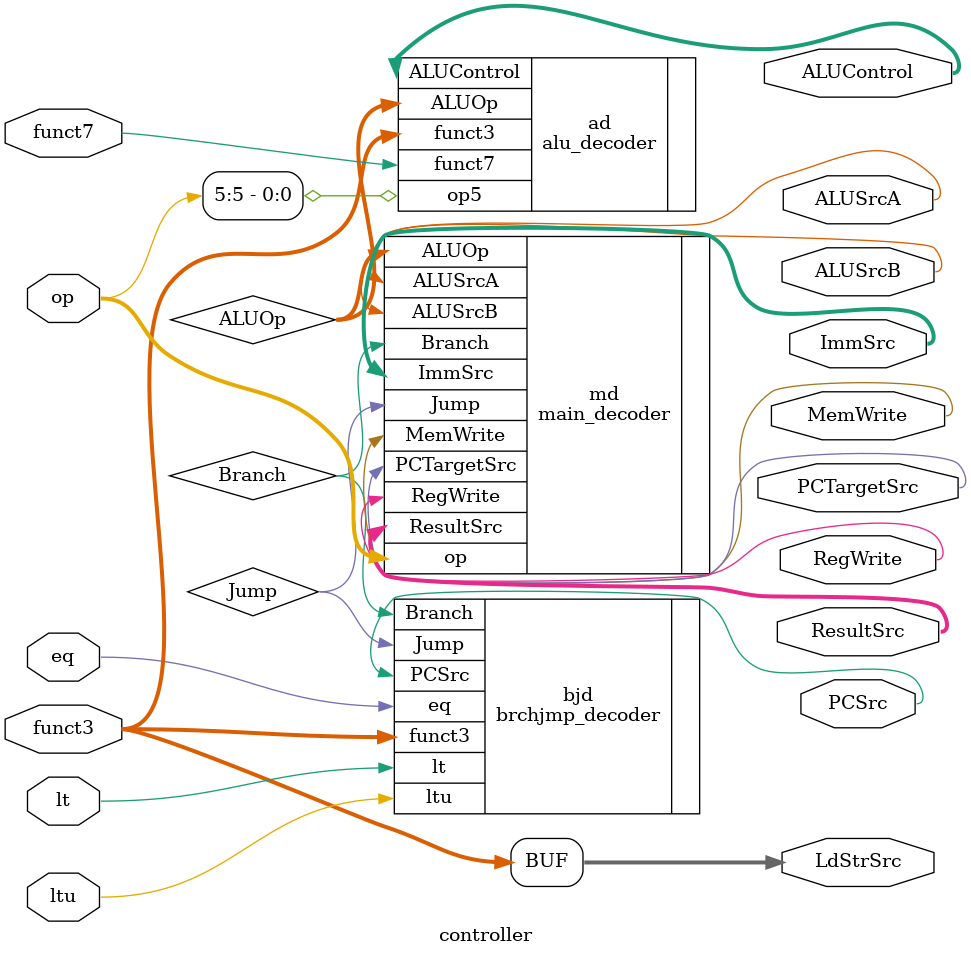
<source format=sv>

module controller(
	input logic 		eq, lt, ltu,
	input logic [6:0] op,
	input logic [2:0]	funct3,
	input logic funct7,
	//output
	output logic 			PCSrc, MemWrite, 
	output logic 			ALUSrcA, ALUSrcB,
	output logic 			PCTargetSrc, RegWrite,
	output logic [1:0] 	ResultSrc,
	output logic [2:0] 	LdStrSrc, ImmSrc,
	output logic [3:0] 	ALUControl
);
	
	logic 		Branch, Jump;
	logic [1:0] ALUOp;

	//instantiate main decoder
	main_decoder md(
		.op(op),
		//output
		.ResultSrc(ResultSrc), .MemWrite(MemWrite),
		.ALUSrcA(ALUSrcA), .ALUSrcB(ALUSrcB),
		.PCTargetSrc(PCTargetSrc), .ImmSrc(ImmSrc),
		.RegWrite(RegWrite), 
		//to alu decoder
		.ALUOp(ALUOp),
		//to branch jump decoder
		.Branch(Branch), .Jump(Jump)
	);
		
	//Instantiate branch/jump decoder
	brchjmp_decoder bjd(
		.eq(eq), .lt(lt), .ltu(ltu),
		.Branch(Branch), .Jump(Jump),
		.funct3(funct3),
		//output
		.PCSrc(PCSrc)
	);
		
	//Instantiate ALU decoder
	alu_decoder ad(
		.ALUOp(ALUOp),
		.op5(op[5]),
		.funct3(funct3), .funct7(funct7),
		//output
		.ALUControl(ALUControl)
	);
		
	assign LdStrSrc = funct3;

endmodule
	

	
</source>
